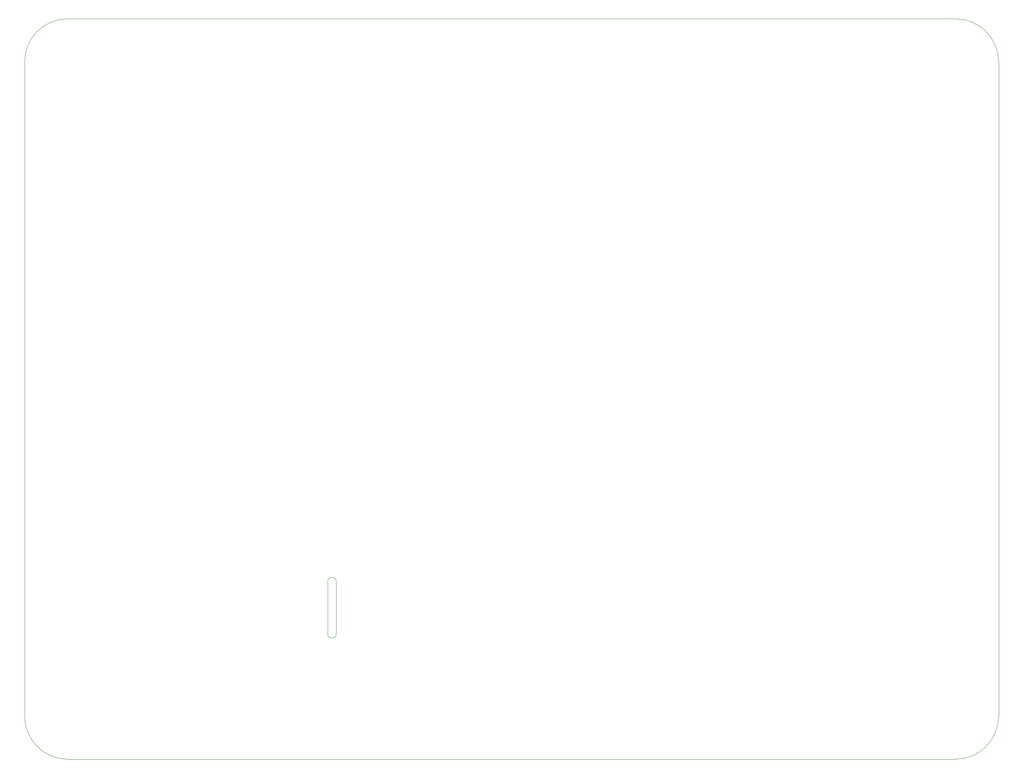
<source format=gbr>
%TF.GenerationSoftware,KiCad,Pcbnew,(5.1.9)-1*%
%TF.CreationDate,2021-04-14T17:34:58-04:00*%
%TF.ProjectId,wildcatmfd_kicad,77696c64-6361-4746-9d66-645f6b696361,rev?*%
%TF.SameCoordinates,Original*%
%TF.FileFunction,Profile,NP*%
%FSLAX46Y46*%
G04 Gerber Fmt 4.6, Leading zero omitted, Abs format (unit mm)*
G04 Created by KiCad (PCBNEW (5.1.9)-1) date 2021-04-14 17:34:58*
%MOMM*%
%LPD*%
G01*
G04 APERTURE LIST*
%TA.AperFunction,Profile*%
%ADD10C,0.100000*%
%TD*%
G04 APERTURE END LIST*
D10*
X72000000Y-142000000D02*
G75*
G02*
X70000000Y-142000000I-1000000J0D01*
G01*
X70000000Y-130000000D02*
G75*
G02*
X72000000Y-130000000I1000000J0D01*
G01*
X72000000Y-130000000D02*
X72000000Y-142000000D01*
X70000000Y-130000000D02*
X70000000Y-142000000D01*
X215000000Y0D02*
G75*
G02*
X225000000Y-10000000I0J-10000000D01*
G01*
X225000000Y-161000000D02*
G75*
G02*
X215000000Y-171000000I-10000000J0D01*
G01*
X10000000Y-171000000D02*
G75*
G02*
X0Y-161000000I0J10000000D01*
G01*
X0Y-10000000D02*
G75*
G02*
X10000000Y0I10000000J0D01*
G01*
X10000000Y0D02*
X215000000Y0D01*
X225000000Y-161000000D02*
X225000000Y-10000000D01*
X10000000Y-171000000D02*
X215000000Y-171000000D01*
X0Y-10000000D02*
X0Y-161000000D01*
M02*

</source>
